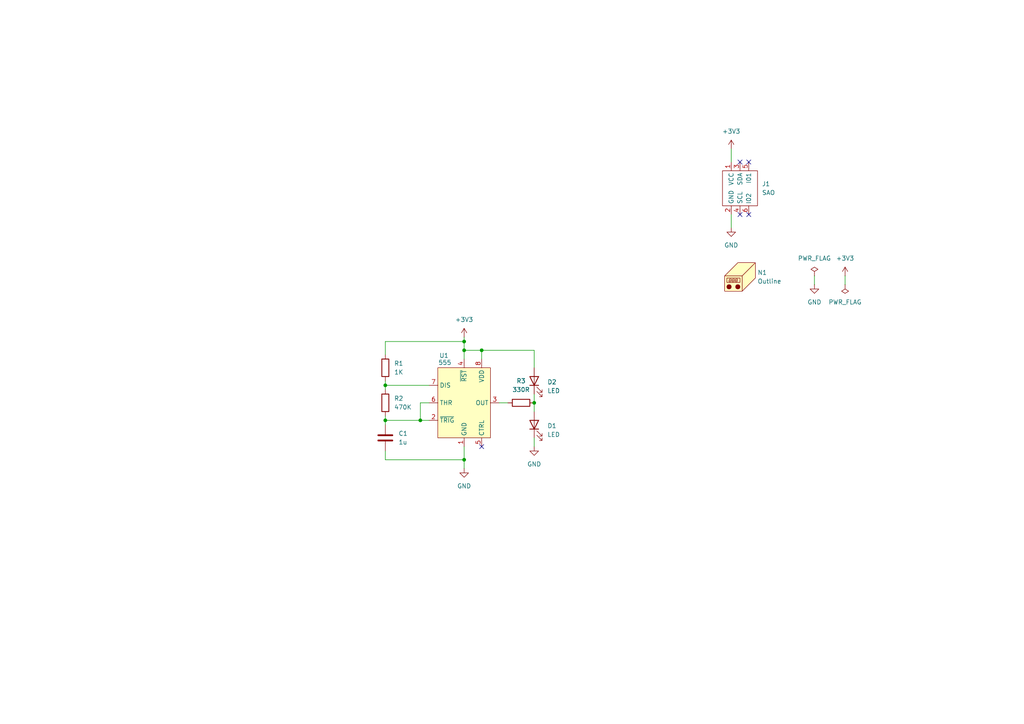
<source format=kicad_sch>
(kicad_sch (version 20231120) (generator "eeschema") (generator_version "8.0")
  (paper "A4")
  (lib_symbols
    (symbol "Device:C" (pin_numbers hide) (pin_names (offset 0.254))
      (property "Reference" "C" (at 0.635 2.54 0))
      (property "Value" "C" (at 0.635 -2.54 0))
      (symbol "C_0_1"
        (polyline (pts (xy -2.032 -0.762) (xy 2.032 -0.762)) (stroke (width 0.508)))
        (polyline (pts (xy -2.032 0.762) (xy 2.032 0.762)) (stroke (width 0.508)))
      )
      (symbol "C_1_1"
        (pin passive line (at 0 3.81 270) (length 2.794) (name "~") (number "1"))
        (pin passive line (at 0 -3.81 90) (length 2.794) (name "~") (number "2"))
      )
    )
    (symbol "Device:LED" (pin_numbers hide) (pin_names (offset 1.016) hide)
      (property "Reference" "D" (at 0 2.54 0))
      (property "Value" "LED" (at 0 -2.54 0))
      (symbol "LED_0_1"
        (polyline (pts (xy -1.27 -1.27) (xy -1.27 1.27)) (stroke (width 0.254)))
        (polyline (pts (xy -1.27 0) (xy 1.27 0)))
        (polyline (pts (xy 1.27 -1.27) (xy 1.27 1.27) (xy -1.27 0) (xy 1.27 -1.27)) (stroke (width 0.254)))
        (polyline (pts (xy -3.048 -0.762) (xy -4.572 -2.286) (xy -3.81 -2.286) (xy -4.572 -2.286) (xy -4.572 -1.524)))
        (polyline (pts (xy -1.778 -0.762) (xy -3.302 -2.286) (xy -2.54 -2.286) (xy -3.302 -2.286) (xy -3.302 -1.524)))
      )
      (symbol "LED_1_1"
        (pin passive line (at -3.81 0 0) (length 2.54) (name "K") (number "1"))
        (pin passive line (at 3.81 0 180) (length 2.54) (name "A") (number "2"))
      )
    )
    (symbol "Device:R" (pin_numbers hide) (pin_names (offset 0))
      (property "Reference" "R" (at 2.032 0 90))
      (property "Value" "R" (at 0 0 90))
      (symbol "R_0_1"
        (rectangle (start -1.016 -2.54) (end 1.016 2.54) (stroke (width 0.254)))
      )
      (symbol "R_1_1"
        (pin passive line (at 0 3.81 270) (length 1.27) (name "~") (number "1"))
        (pin passive line (at 0 -3.81 90) (length 1.27) (name "~") (number "2"))
      )
    )
    (symbol "Mechanical:Housing" (pin_names (offset 1.016)) (exclude_from_sim yes)
      (property "Reference" "N" (at 3.81 0 0))
      (property "Value" "Housing" (at 3.81 -1.905 0))
      (symbol "Housing_0_1"
        (rectangle (start -5.08 -0.635) (end -1.27 -1.905))
        (circle (center -4.445 -3.175) (radius 0.635) (fill (type outline)))
        (circle (center -1.905 -3.175) (radius 0.635) (fill (type outline)))
        (polyline (pts (xy -4.5212 -1.5748) (xy -4.4704 -1.3716)))
        (polyline (pts (xy -4.4196 -1.6764) (xy -4.064 -1.6764)))
        (polyline (pts (xy -4.4196 -1.2192) (xy -4.3688 -0.9652)))
        (polyline (pts (xy -4.318 -1.3208) (xy -4.0132 -1.3208)))
        (polyline (pts (xy -4.2164 -0.9144) (xy -3.9116 -0.9144)))
        (polyline (pts (xy -3.9116 -1.6256) (xy -3.8608 -1.3716)))
        (polyline (pts (xy -3.81 -1.2192) (xy -3.7592 -0.9652)))
        (polyline (pts (xy -3.6068 -1.5748) (xy -3.556 -1.3716)))
        (polyline (pts (xy -3.5052 -1.6764) (xy -3.1496 -1.6764)))
        (polyline (pts (xy -3.5052 -1.2192) (xy -3.4544 -0.9652)))
        (polyline (pts (xy -3.4036 -1.3208) (xy -3.0988 -1.3208)))
        (polyline (pts (xy -3.302 -0.9144) (xy -2.9972 -0.9144)))
        (polyline (pts (xy -2.9972 -1.6256) (xy -2.9464 -1.3716)))
        (polyline (pts (xy -2.8956 -1.2192) (xy -2.8448 -0.9652)))
        (polyline (pts (xy -2.6924 -1.5748) (xy -2.6416 -1.3716)))
        (polyline (pts (xy -2.5908 -1.6764) (xy -2.2352 -1.6764)))
        (polyline (pts (xy -2.5908 -1.2192) (xy -2.54 -0.9652)))
        (polyline (pts (xy -2.4892 -1.3208) (xy -2.1844 -1.3208)))
        (polyline (pts (xy -2.3876 -0.9144) (xy -2.0828 -0.9144)))
        (polyline (pts (xy -2.0828 -1.6256) (xy -2.032 -1.3716)))
        (polyline (pts (xy -1.9812 -1.2192) (xy -1.9304 -0.9652)))
        (polyline (pts (xy -0.635 0) (xy -0.635 -4.445)))
        (polyline (pts (xy -5.715 0) (xy -0.635 0) (xy 3.175 3.81)))
        (polyline (pts (xy -5.715 0) (xy -5.715 -4.445) (xy -0.635 -4.445) (xy 3.175 -0.635) (xy 3.175 3.81) (xy -1.905 3.81) (xy -5.715 0)) (fill (type background)))
      )
    )
    (symbol "Nivalis:555_Timer"
      (property "Reference" "U" (at 0.508 23.114 0))
      (property "Value" "555" (at 1.778 21.336 0))
      (property "Description" "555 Timer" (at 7.62 7.62 0))
      (symbol "555_Timer_0_1"
        (rectangle (start 0 20.32) (end 15.24 0) (fill (type background)))
      )
      (symbol "555_Timer_1_1"
        (pin power_in line (at 7.62 -2.54 90) (length 2.54) (name "GND") (number "1"))
        (pin bidirectional line (at -2.54 5.08 0) (length 2.54) (name "~{TRIG}") (number "2"))
        (pin bidirectional line (at 17.78 10.16 180) (length 2.54) (name "OUT") (number "3"))
        (pin bidirectional line (at 7.62 22.86 270) (length 2.54) (name "~{RST}") (number "4"))
        (pin bidirectional line (at 12.7 -2.54 90) (length 2.54) (name "CTRL") (number "5"))
        (pin bidirectional line (at -2.54 10.16 0) (length 2.54) (name "THR") (number "6"))
        (pin bidirectional line (at -2.54 15.24 0) (length 2.54) (name "DIS") (number "7"))
        (pin bidirectional line (at 12.7 22.86 270) (length 2.54) (name "VDD") (number "8"))
      )
    )
    (symbol "Nivalis:SAO"
      (property "Reference" "U" (at 0 0 0))
      (symbol "SAO_0_1"
        (rectangle (start -5.08 5.08) (end 5.08 -5.08))
      )
      (symbol "SAO_1_1"
        (pin input line (at -2.54 7.62 270) (length 2.54) (name "VCC") (number "1"))
        (pin input line (at -2.54 -7.62 90) (length 2.54) (name "GND") (number "2"))
        (pin input line (at 0 7.62 270) (length 2.54) (name "SDA") (number "3"))
        (pin input line (at 0 -7.62 90) (length 2.54) (name "SCL") (number "4"))
        (pin input line (at 2.54 7.62 270) (length 2.54) (name "I01") (number "5"))
        (pin input line (at 2.54 -7.62 90) (length 2.54) (name "I02") (number "6"))
      )
    )
    (symbol "power:+3V3" (power) (pin_numbers hide) (pin_names (offset 0) hide)
      (property "Value" "+3V3" (at 0 3.556 0))
      (symbol "+3V3_0_1"
        (polyline (pts (xy -0.762 1.27) (xy 0 2.54)))
        (polyline (pts (xy 0 0) (xy 0 2.54)))
        (polyline (pts (xy 0 2.54) (xy 0.762 1.27)))
      )
      (symbol "+3V3_1_1"
        (pin power_in line (at 0 0 90) (length 0) (name "~") (number "1"))
      )
    )
    (symbol "power:GND" (power) (pin_numbers hide) (pin_names (offset 0) hide)
      (property "Value" "GND" (at 0 -3.81 0))
      (symbol "GND_0_1"
        (polyline (pts (xy 0 0) (xy 0 -1.27) (xy 1.27 -1.27) (xy 0 -2.54) (xy -1.27 -1.27) (xy 0 -1.27)))
      )
      (symbol "GND_1_1"
        (pin power_in line (at 0 0 270) (length 0) (name "~") (number "1"))
      )
    )
    (symbol "power:PWR_FLAG" (power) (pin_numbers hide) (pin_names (offset 0) hide)
      (property "Value" "PWR_FLAG" (at 0 3.81 0))
      (symbol "PWR_FLAG_0_0"
        (pin power_out line (at 0 0 90) (length 0) (name "~") (number "1"))
      )
      (symbol "PWR_FLAG_0_1"
        (polyline (pts (xy 0 0) (xy 0 1.27) (xy -1.016 1.905) (xy 0 2.54) (xy 1.016 1.905) (xy 0 1.27)))
      )
    )
  )
  (junction (at 134.62 133.35))
  (junction (at 134.62 99.06))
  (junction (at 134.62 101.6))
  (junction (at 121.92 121.92))
  (junction (at 139.7 101.6))
  (junction (at 154.94 116.84))
  (junction (at 111.76 111.76))
  (junction (at 111.76 121.92))
  (no_connect (at 214.63 46.99))
  (no_connect (at 214.63 62.23))
  (no_connect (at 217.17 62.23))
  (no_connect (at 217.17 46.99))
  (no_connect (at 139.7 129.54))
  (wire (pts (xy 111.76 102.87) (xy 111.76 99.06)))
  (wire (pts (xy 121.92 121.92) (xy 111.76 121.92)))
  (wire (pts (xy 121.92 116.84) (xy 121.92 121.92)))
  (wire (pts (xy 236.22 80.01) (xy 236.22 82.55)))
  (wire (pts (xy 154.94 114.3) (xy 154.94 116.84)))
  (wire (pts (xy 134.62 101.6) (xy 139.7 101.6)))
  (wire (pts (xy 139.7 101.6) (xy 139.7 104.14)))
  (wire (pts (xy 154.94 127) (xy 154.94 129.54)))
  (wire (pts (xy 111.76 111.76) (xy 111.76 113.03)))
  (wire (pts (xy 154.94 101.6) (xy 139.7 101.6)))
  (wire (pts (xy 124.46 111.76) (xy 111.76 111.76)))
  (wire (pts (xy 154.94 116.84) (xy 154.94 119.38)))
  (wire (pts (xy 111.76 99.06) (xy 134.62 99.06)))
  (wire (pts (xy 245.11 80.01) (xy 245.11 82.55)))
  (wire (pts (xy 212.09 62.23) (xy 212.09 66.04)))
  (wire (pts (xy 134.62 97.79) (xy 134.62 99.06)))
  (wire (pts (xy 134.62 133.35) (xy 134.62 135.89)))
  (wire (pts (xy 134.62 99.06) (xy 134.62 101.6)))
  (wire (pts (xy 212.09 43.18) (xy 212.09 46.99)))
  (wire (pts (xy 134.62 104.14) (xy 134.62 101.6)))
  (wire (pts (xy 124.46 116.84) (xy 121.92 116.84)))
  (wire (pts (xy 111.76 120.65) (xy 111.76 121.92)))
  (wire (pts (xy 134.62 129.54) (xy 134.62 133.35)))
  (wire (pts (xy 111.76 121.92) (xy 111.76 123.19)))
  (wire (pts (xy 111.76 130.81) (xy 111.76 133.35)))
  (wire (pts (xy 124.46 121.92) (xy 121.92 121.92)))
  (wire (pts (xy 111.76 133.35) (xy 134.62 133.35)))
  (wire (pts (xy 111.76 110.49) (xy 111.76 111.76)))
  (wire (pts (xy 144.78 116.84) (xy 147.32 116.84)))
  (wire (pts (xy 154.94 106.68) (xy 154.94 101.6)))
  (symbol (lib_id "Device:LED") (at 154.94 123.19 90) (unit 1) (in_bom no)
    (property "Reference" "D1" (at 158.75 123.5074 90) (effects (justify right)))
    (property "Value" "LED" (at 158.75 126.0474 90) (effects (justify right)))
    (property "Footprint" "LED_THT:LED_D5.0mm" (effects (hide yes)))
    (property "Description" "Light emitting diode" (effects (hide yes)))
  )
  (symbol (lib_id "Mechanical:Housing") (at 215.9 80.01 0) (unit 1) (exclude_from_sim yes) (in_bom no)
    (property "Reference" "N1" (at 219.71 79.0574 0) (effects (justify left)))
    (property "Value" "Outline" (at 219.71 81.5974 0) (effects (justify left)))
    (property "Footprint" "Nivalis:Boy-Kisser" (effects (hide yes)))
    (property "Description" "Housing" (effects (hide yes)))
  )
  (symbol (lib_id "Device:R") (at 111.76 116.84 0) (unit 1)
    (property "Reference" "R2" (at 114.3 115.5699 0) (effects (justify left)))
    (property "Value" "470K" (at 114.3 118.1099 0) (effects (justify left)))
    (property "Footprint" "Resistor_SMD:R_1206_3216Metric_Pad1.30x1.75mm_HandSolder" (effects (hide yes)))
    (property "Description" "Resistor" (effects (hide yes)))
  )
  (symbol (lib_id "Device:R") (at 151.13 116.84 90) (unit 1)
    (property "Reference" "R3" (at 151.13 110.49 90))
    (property "Value" "330R" (at 151.13 113.03 90))
    (property "Footprint" "Resistor_SMD:R_1206_3216Metric_Pad1.30x1.75mm_HandSolder" (effects (hide yes)))
    (property "Description" "Resistor" (effects (hide yes)))
  )
  (symbol (lib_id "Device:LED") (at 154.94 110.49 90) (unit 1) (in_bom no)
    (property "Reference" "D2" (at 158.75 110.8074 90) (effects (justify right)))
    (property "Value" "LED" (at 158.75 113.3474 90) (effects (justify right)))
    (property "Footprint" "LED_THT:LED_D5.0mm" (effects (hide yes)))
    (property "Description" "Light emitting diode" (effects (hide yes)))
  )
  (symbol (lib_id "power:PWR_FLAG") (at 245.11 82.55 180) (unit 1)
    (property "Reference" "#FLG02" (effects (hide yes)))
    (property "Value" "PWR_FLAG" (at 245.11 87.63 0))
    (property "Description" "Special symbol for telling ERC where power comes from" (effects (hide yes)))
  )
  (symbol (lib_id "power:+3V3") (at 212.09 43.18 0) (unit 1)
    (property "Reference" "#PWR04" (effects (hide yes)))
    (property "Value" "+3V3" (at 212.09 38.1 0))
    (property "Description" "Power symbol creates a global label with name \"+3V3\"" (effects (hide yes)))
  )
  (symbol (lib_id "power:+3V3") (at 245.11 80.01 0) (unit 1)
    (property "Reference" "#PWR07" (effects (hide yes)))
    (property "Value" "+3V3" (at 245.11 74.93 0))
    (property "Description" "Power symbol creates a global label with name \"+3V3\"" (effects (hide yes)))
  )
  (symbol (lib_id "Device:R") (at 111.76 106.68 0) (unit 1)
    (property "Reference" "R1" (at 114.3 105.4099 0) (effects (justify left)))
    (property "Value" "1K" (at 114.3 107.9499 0) (effects (justify left)))
    (property "Footprint" "Resistor_SMD:R_1206_3216Metric_Pad1.30x1.75mm_HandSolder" (effects (hide yes)))
    (property "Description" "Resistor" (effects (hide yes)))
  )
  (symbol (lib_id "power:GND") (at 134.62 135.89 0) (unit 1)
    (property "Reference" "#PWR01" (effects (hide yes)))
    (property "Value" "GND" (at 134.62 140.97 0))
    (property "Description" "Power symbol creates a global label with name \"GND\" , ground" (effects (hide yes)))
  )
  (symbol (lib_id "power:PWR_FLAG") (at 236.22 80.01 0) (unit 1)
    (property "Reference" "#FLG01" (effects (hide yes)))
    (property "Value" "PWR_FLAG" (at 236.22 74.93 0))
    (property "Description" "Special symbol for telling ERC where power comes from" (effects (hide yes)))
  )
  (symbol (lib_id "power:+3V3") (at 134.62 97.79 0) (unit 1)
    (property "Reference" "#PWR02" (effects (hide yes)))
    (property "Value" "+3V3" (at 134.62 92.71 0))
    (property "Description" "Power symbol creates a global label with name \"+3V3\"" (effects (hide yes)))
  )
  (symbol (lib_id "power:GND") (at 154.94 129.54 0) (unit 1)
    (property "Reference" "#PWR03" (effects (hide yes)))
    (property "Value" "GND" (at 154.94 134.62 0))
    (property "Description" "Power symbol creates a global label with name \"GND\" , ground" (effects (hide yes)))
  )
  (symbol (lib_id "Nivalis:SAO") (at 214.63 54.61 0) (unit 1) (in_bom no)
    (property "Reference" "J1" (at 220.98 53.3399 0) (effects (justify left)))
    (property "Value" "SAO" (at 220.98 55.8799 0) (effects (justify left)))
    (property "Footprint" "Connector_IDC:IDC-Header_2x03_P2.54mm_Vertical" (effects (hide yes)))
  )
  (symbol (lib_id "power:GND") (at 212.09 66.04 0) (unit 1)
    (property "Reference" "#PWR05" (effects (hide yes)))
    (property "Value" "GND" (at 212.09 71.12 0))
    (property "Description" "Power symbol creates a global label with name \"GND\" , ground" (effects (hide yes)))
  )
  (symbol (lib_id "Nivalis:555_Timer") (at 127 127 0) (unit 1)
    (property "Reference" "U1" (at 128.778 103.124 0))
    (property "Value" "555" (at 129.032 105.156 0))
    (property "Footprint" "Package_SO:SOIC-8_3.9x4.9mm_P1.27mm" (effects (hide yes)))
    (property "Description" "TLC555CDR" (effects (hide yes)))
  )
  (symbol (lib_id "power:GND") (at 236.22 82.55 0) (unit 1)
    (property "Reference" "#PWR06" (effects (hide yes)))
    (property "Value" "GND" (at 236.22 87.63 0))
    (property "Description" "Power symbol creates a global label with name \"GND\" , ground" (effects (hide yes)))
  )
  (symbol (lib_id "Device:C") (at 111.76 127 0) (unit 1)
    (property "Reference" "C1" (at 115.57 125.7299 0) (effects (justify left)))
    (property "Value" "1u" (at 115.57 128.2699 0) (effects (justify left)))
    (property "Footprint" "Capacitor_SMD:C_1206_3216Metric_Pad1.33x1.80mm_HandSolder" (effects (hide yes)))
    (property "Description" "Unpolarized capacitor" (effects (hide yes)))
  )
)
</source>
